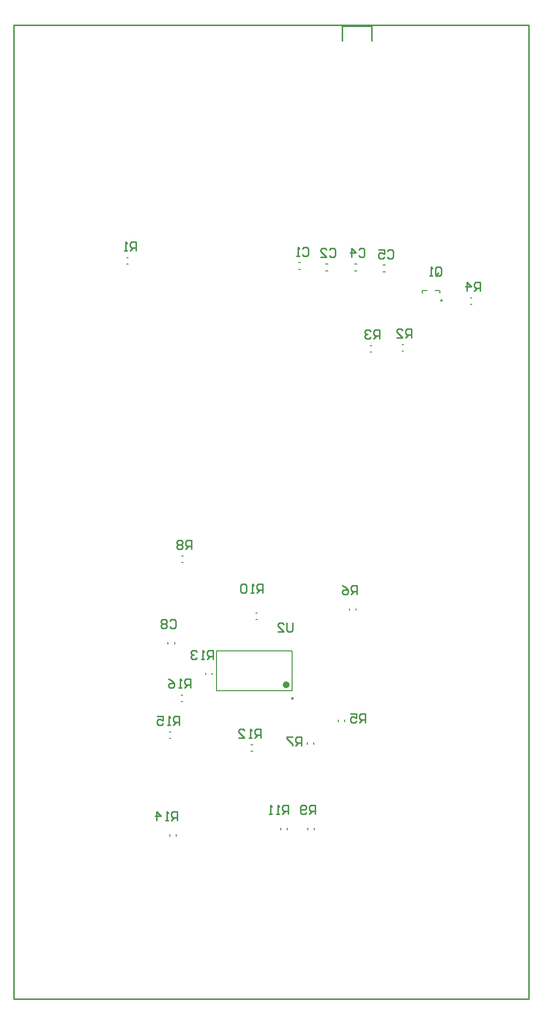
<source format=gbo>
G04 Layer_Color=32896*
%FSLAX24Y24*%
%MOIN*%
G70*
G01*
G75*
%ADD11C,0.0100*%
%ADD38C,0.0079*%
%ADD60C,0.0236*%
%ADD61C,0.0098*%
D11*
X24307Y64976D02*
Y65976D01*
X22307D02*
X24307D01*
X22307Y64976D02*
Y65976D01*
X19528Y17165D02*
Y17765D01*
X19228D01*
X19128Y17665D01*
Y17465D01*
X19228Y17365D01*
X19528D01*
X19328D02*
X19128Y17165D01*
X18928Y17765D02*
X18528D01*
Y17665D01*
X18928Y17265D01*
Y17165D01*
X23858Y18740D02*
Y19340D01*
X23558D01*
X23458Y19240D01*
Y19040D01*
X23558Y18940D01*
X23858D01*
X23658D02*
X23458Y18740D01*
X22859Y19340D02*
X23258D01*
Y19040D01*
X23059Y19140D01*
X22959D01*
X22859Y19040D01*
Y18840D01*
X22959Y18740D01*
X23158D01*
X23258Y18840D01*
X16890Y27520D02*
Y28119D01*
X16590D01*
X16490Y28020D01*
Y27820D01*
X16590Y27720D01*
X16890D01*
X16690D02*
X16490Y27520D01*
X16290D02*
X16090D01*
X16190D01*
Y28119D01*
X16290Y28020D01*
X15790D02*
X15690Y28119D01*
X15490D01*
X15390Y28020D01*
Y27620D01*
X15490Y27520D01*
X15690D01*
X15790Y27620D01*
Y28020D01*
X19613Y50872D02*
X19713Y50972D01*
X19913D01*
X20013Y50872D01*
Y50472D01*
X19913Y50372D01*
X19713D01*
X19613Y50472D01*
X19413Y50372D02*
X19213D01*
X19313D01*
Y50972D01*
X19413Y50872D01*
X21456Y50792D02*
X21555Y50892D01*
X21755D01*
X21855Y50792D01*
Y50392D01*
X21755Y50292D01*
X21555D01*
X21456Y50392D01*
X20856Y50292D02*
X21256D01*
X20856Y50692D01*
Y50792D01*
X20956Y50892D01*
X21156D01*
X21256Y50792D01*
X23424Y50788D02*
X23524Y50888D01*
X23724D01*
X23823Y50788D01*
Y50388D01*
X23724Y50288D01*
X23524D01*
X23424Y50388D01*
X22924Y50288D02*
Y50888D01*
X23224Y50588D01*
X22824D01*
X25357Y50707D02*
X25457Y50807D01*
X25657D01*
X25757Y50707D01*
Y50307D01*
X25657Y50207D01*
X25457D01*
X25357Y50307D01*
X24757Y50807D02*
X25157D01*
Y50507D01*
X24957Y50607D01*
X24857D01*
X24757Y50507D01*
Y50307D01*
X24857Y50207D01*
X25057D01*
X25157Y50307D01*
X10596Y25632D02*
X10696Y25732D01*
X10896D01*
X10996Y25632D01*
Y25232D01*
X10896Y25132D01*
X10696D01*
X10596Y25232D01*
X10397Y25632D02*
X10297Y25732D01*
X10097D01*
X9997Y25632D01*
Y25532D01*
X10097Y25432D01*
X9997Y25332D01*
Y25232D01*
X10097Y25132D01*
X10297D01*
X10397Y25232D01*
Y25332D01*
X10297Y25432D01*
X10397Y25532D01*
Y25632D01*
X10297Y25432D02*
X10097D01*
X28655Y49118D02*
Y49517D01*
X28755Y49617D01*
X28954D01*
X29054Y49517D01*
Y49118D01*
X28954Y49018D01*
X28755D01*
X28854Y49218D02*
X28655Y49018D01*
X28755D02*
X28655Y49118D01*
X28455Y49018D02*
X28255D01*
X28355D01*
Y49617D01*
X28455Y49517D01*
X8320Y50722D02*
Y51322D01*
X8020D01*
X7920Y51222D01*
Y51022D01*
X8020Y50922D01*
X8320D01*
X8120D02*
X7920Y50722D01*
X7720D02*
X7520D01*
X7620D01*
Y51322D01*
X7720Y51222D01*
X27018Y44814D02*
Y45414D01*
X26718D01*
X26618Y45314D01*
Y45114D01*
X26718Y45014D01*
X27018D01*
X26818D02*
X26618Y44814D01*
X26018D02*
X26418D01*
X26018Y45214D01*
Y45314D01*
X26118Y45414D01*
X26318D01*
X26418Y45314D01*
X24846Y44779D02*
Y45379D01*
X24546D01*
X24446Y45279D01*
Y45079D01*
X24546Y44979D01*
X24846D01*
X24646D02*
X24446Y44779D01*
X24246Y45279D02*
X24146Y45379D01*
X23946D01*
X23846Y45279D01*
Y45179D01*
X23946Y45079D01*
X24046D01*
X23946D01*
X23846Y44979D01*
Y44879D01*
X23946Y44779D01*
X24146D01*
X24246Y44879D01*
X31665Y48002D02*
Y48602D01*
X31365D01*
X31265Y48502D01*
Y48302D01*
X31365Y48202D01*
X31665D01*
X31465D02*
X31265Y48002D01*
X30766D02*
Y48602D01*
X31066Y48302D01*
X30666D01*
X23315Y27421D02*
Y28021D01*
X23015D01*
X22915Y27921D01*
Y27721D01*
X23015Y27621D01*
X23315D01*
X23115D02*
X22915Y27421D01*
X22316Y28021D02*
X22516Y27921D01*
X22716Y27721D01*
Y27521D01*
X22616Y27421D01*
X22416D01*
X22316Y27521D01*
Y27621D01*
X22416Y27721D01*
X22716D01*
X12057Y30484D02*
Y31083D01*
X11757D01*
X11657Y30983D01*
Y30783D01*
X11757Y30683D01*
X12057D01*
X11857D02*
X11657Y30484D01*
X11457Y30983D02*
X11357Y31083D01*
X11158D01*
X11058Y30983D01*
Y30883D01*
X11158Y30783D01*
X11058Y30683D01*
Y30584D01*
X11158Y30484D01*
X11357D01*
X11457Y30584D01*
Y30683D01*
X11357Y30783D01*
X11457Y30883D01*
Y30983D01*
X11357Y30783D02*
X11158D01*
X20485Y12532D02*
Y13132D01*
X20185D01*
X20085Y13032D01*
Y12832D01*
X20185Y12732D01*
X20485D01*
X20285D02*
X20085Y12532D01*
X19886Y12632D02*
X19786Y12532D01*
X19586D01*
X19486Y12632D01*
Y13032D01*
X19586Y13132D01*
X19786D01*
X19886Y13032D01*
Y12932D01*
X19786Y12832D01*
X19486D01*
X18625Y12532D02*
Y13132D01*
X18325D01*
X18226Y13032D01*
Y12832D01*
X18325Y12732D01*
X18625D01*
X18425D02*
X18226Y12532D01*
X18026D02*
X17826D01*
X17926D01*
Y13132D01*
X18026Y13032D01*
X17526Y12532D02*
X17326D01*
X17426D01*
Y13132D01*
X17526Y13032D01*
X16785Y17690D02*
Y18290D01*
X16485D01*
X16385Y18190D01*
Y17990D01*
X16485Y17890D01*
X16785D01*
X16585D02*
X16385Y17690D01*
X16185D02*
X15985D01*
X16085D01*
Y18290D01*
X16185Y18190D01*
X15285Y17690D02*
X15685D01*
X15285Y18090D01*
Y18190D01*
X15385Y18290D01*
X15585D01*
X15685Y18190D01*
X13554Y23045D02*
Y23645D01*
X13254D01*
X13154Y23545D01*
Y23345D01*
X13254Y23245D01*
X13554D01*
X13354D02*
X13154Y23045D01*
X12954D02*
X12754D01*
X12854D01*
Y23645D01*
X12954Y23545D01*
X12454D02*
X12355Y23645D01*
X12155D01*
X12055Y23545D01*
Y23445D01*
X12155Y23345D01*
X12255D01*
X12155D01*
X12055Y23245D01*
Y23145D01*
X12155Y23045D01*
X12355D01*
X12454Y23145D01*
X11115Y12102D02*
Y12702D01*
X10815D01*
X10716Y12602D01*
Y12402D01*
X10815Y12302D01*
X11115D01*
X10915D02*
X10716Y12102D01*
X10516D02*
X10316D01*
X10416D01*
Y12702D01*
X10516Y12602D01*
X9716Y12102D02*
Y12702D01*
X10016Y12402D01*
X9616D01*
X11230Y18560D02*
Y19160D01*
X10930D01*
X10830Y19060D01*
Y18860D01*
X10930Y18760D01*
X11230D01*
X11030D02*
X10830Y18560D01*
X10630D02*
X10430D01*
X10530D01*
Y19160D01*
X10630Y19060D01*
X9730Y19160D02*
X10130D01*
Y18860D01*
X9930Y18960D01*
X9830D01*
X9730Y18860D01*
Y18660D01*
X9830Y18560D01*
X10030D01*
X10130Y18660D01*
X12020Y21082D02*
Y21682D01*
X11720D01*
X11620Y21582D01*
Y21382D01*
X11720Y21282D01*
X12020D01*
X11820D02*
X11620Y21082D01*
X11420D02*
X11220D01*
X11320D01*
Y21682D01*
X11420Y21582D01*
X10520Y21682D02*
X10720Y21582D01*
X10920Y21382D01*
Y21182D01*
X10820Y21082D01*
X10620D01*
X10520Y21182D01*
Y21282D01*
X10620Y21382D01*
X10920D01*
X18924Y25487D02*
Y24988D01*
X18824Y24888D01*
X18624D01*
X18524Y24988D01*
Y25487D01*
X17924Y24888D02*
X18324D01*
X17924Y25288D01*
Y25387D01*
X18024Y25487D01*
X18224D01*
X18324Y25387D01*
X0Y0D02*
Y66024D01*
Y0D02*
X34961D01*
Y66024D01*
X0D02*
X34961D01*
D38*
X13780Y20906D02*
Y23583D01*
X18898Y20906D02*
Y23583D01*
X13780D02*
X18898D01*
X13780Y20906D02*
X18898D01*
X27756Y48032D02*
X28071D01*
X27756Y47874D02*
Y48032D01*
X28622D02*
X28937D01*
Y47874D02*
Y48032D01*
X11358Y20610D02*
X11476D01*
X11358Y20177D02*
X11476D01*
X10571Y18091D02*
X10689D01*
X10571Y17657D02*
X10689D01*
X10610Y11043D02*
Y11161D01*
X11043Y11043D02*
Y11161D01*
X13484Y21988D02*
Y22106D01*
X13051Y21988D02*
Y22106D01*
X16122Y17224D02*
X16240D01*
X16122Y16791D02*
X16240D01*
X18130Y11476D02*
Y11594D01*
X18563Y11476D02*
Y11594D01*
X16437Y26161D02*
X16555D01*
X16437Y25728D02*
X16555D01*
X19980Y11476D02*
Y11594D01*
X20413Y11476D02*
Y11594D01*
X11398Y30020D02*
X11516D01*
X11398Y29587D02*
X11516D01*
X19941Y17264D02*
Y17382D01*
X20374Y17264D02*
Y17382D01*
X23248Y26358D02*
Y26476D01*
X22815Y26358D02*
Y26476D01*
X22461Y18799D02*
Y18917D01*
X22028Y18799D02*
Y18917D01*
X31004Y47106D02*
X31122D01*
X31004Y47539D02*
X31122D01*
X24193Y43878D02*
X24311D01*
X24193Y44311D02*
X24311D01*
X26358Y43917D02*
X26476D01*
X26358Y44350D02*
X26476D01*
X7657Y49823D02*
X7776D01*
X7657Y50256D02*
X7776D01*
X10945Y24055D02*
Y24213D01*
X10472Y24055D02*
Y24213D01*
X25079Y49764D02*
X25236D01*
X25079Y49291D02*
X25236D01*
X23150Y49843D02*
X23307D01*
X23150Y49370D02*
X23307D01*
X21181Y49370D02*
X21339D01*
X21181Y49843D02*
X21339D01*
X19331Y49921D02*
X19488D01*
X19331Y49449D02*
X19488D01*
D60*
X18622Y21299D02*
G03*
X18622Y21299I-118J0D01*
G01*
D61*
X18972Y20374D02*
G03*
X18972Y20374I-49J0D01*
G01*
X29104Y47362D02*
G03*
X29104Y47362I-49J0D01*
G01*
M02*

</source>
